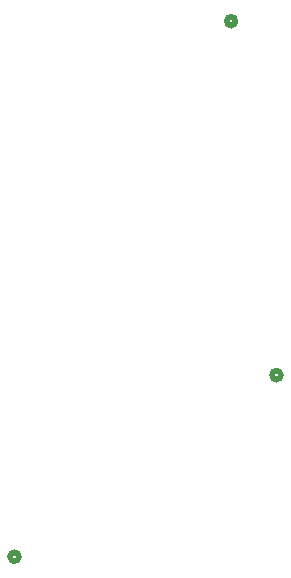
<source format=gbr>
G04 #@! TF.GenerationSoftware,KiCad,Pcbnew,9.0.0*
G04 #@! TF.CreationDate,2025-10-14T13:06:04-06:00*
G04 #@! TF.ProjectId,main_board,6d61696e-5f62-46f6-9172-642e6b696361,rev?*
G04 #@! TF.SameCoordinates,Original*
G04 #@! TF.FileFunction,Legend,Bot*
G04 #@! TF.FilePolarity,Positive*
%FSLAX46Y46*%
G04 Gerber Fmt 4.6, Leading zero omitted, Abs format (unit mm)*
G04 Created by KiCad (PCBNEW 9.0.0) date 2025-10-14 13:06:04*
%MOMM*%
%LPD*%
G01*
G04 APERTURE LIST*
%ADD10C,0.508000*%
G04 APERTURE END LIST*
D10*
G04 #@! TO.C,J4*
X158176000Y-105880000D02*
G75*
G02*
X157414000Y-105880000I-381000J0D01*
G01*
X157414000Y-105880000D02*
G75*
G02*
X158176000Y-105880000I381000J0D01*
G01*
G04 #@! TO.C,J2*
X139831000Y-151225000D02*
G75*
G02*
X139069000Y-151225000I-381000J0D01*
G01*
X139069000Y-151225000D02*
G75*
G02*
X139831000Y-151225000I381000J0D01*
G01*
G04 #@! TO.C,J3*
X162016000Y-135850000D02*
G75*
G02*
X161254000Y-135850000I-381000J0D01*
G01*
X161254000Y-135850000D02*
G75*
G02*
X162016000Y-135850000I381000J0D01*
G01*
G04 #@! TD*
M02*

</source>
